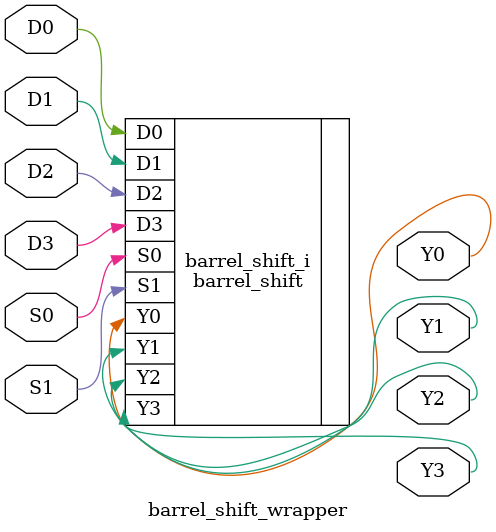
<source format=v>
`timescale 1 ps / 1 ps

module barrel_shift_wrapper
   (D0,
    D1,
    D2,
    D3,
    S0,
    S1,
    Y0,
    Y1,
    Y2,
    Y3);
  input D0;
  input D1;
  input D2;
  input D3;
  input S0;
  input S1;
  output Y0;
  output Y1;
  output Y2;
  output Y3;

  wire D0;
  wire D1;
  wire D2;
  wire D3;
  wire S0;
  wire S1;
  wire Y0;
  wire Y1;
  wire Y2;
  wire Y3;

  barrel_shift barrel_shift_i
       (.D0(D0),
        .D1(D1),
        .D2(D2),
        .D3(D3),
        .S0(S0),
        .S1(S1),
        .Y0(Y0),
        .Y1(Y1),
        .Y2(Y2),
        .Y3(Y3));
endmodule

</source>
